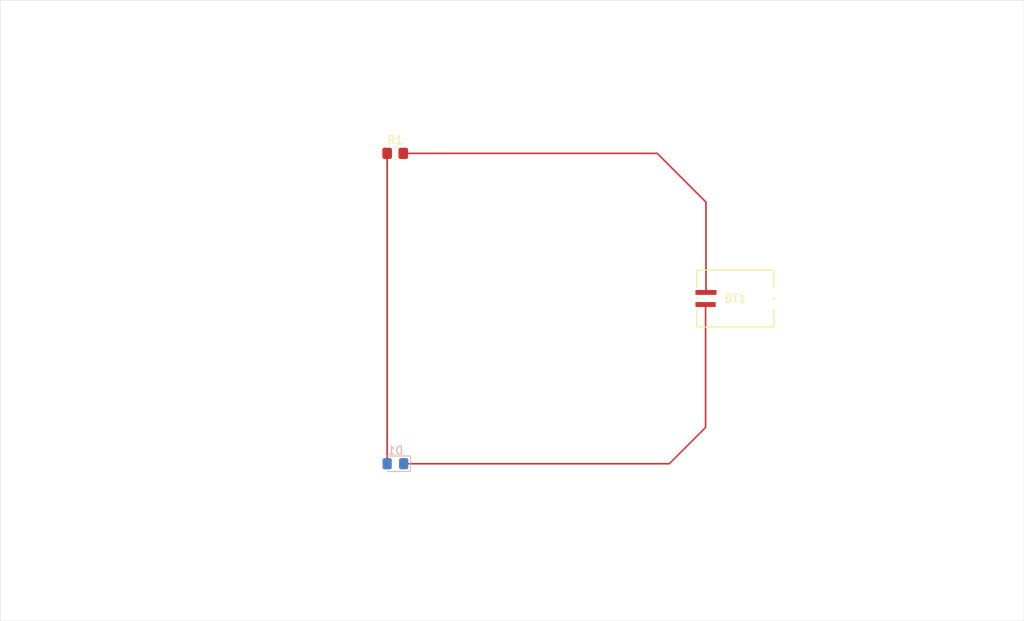
<source format=kicad_pcb>
(kicad_pcb (version 20240108) (generator "pcbnew") (generator_version "8.0")
  (layers (0 "F.Cu" signal) (31 "B.Cu" signal) (34 "B.Paste" user) (35 "F.Paste" user) (36 "B.SilkS" user "B.Silkscreen") (37 "F.SilkS" user "F.Silkscreen") (38 "B.Mask" user) (39 "F.Mask" user) (44 "Edge.Cuts" user))
  (net 0 "")
  (net 1 "Net-(BT1--)")
  (net 2 "Net-(BT1-+)")
  (net 3 "Net-(D1-A)")
  (footprint "Resistor_SMD:R_0805_2012Metric_Pad1.20x1.40mm_HandSolder" (layer "F.Cu") (at 145.5 86)
    (property "Reference" "R1" (at 0 -1.65 0) (layer "F.SilkS"))
    (property "Value" "R")
    (fp_line (start -0.227064 -0.735) (end 0.227064 -0.735) (stroke (width 0.12)) (layer "F.SilkS"))
    (fp_line (start -0.227064 0.735) (end 0.227064 0.735) (stroke (width 0.12)) (layer "F.SilkS"))
    (pad "1" smd roundrect (at -1 0) (size 1.2 1.4) (layers "F.Cu" "F.Paste" "F.Mask") (roundrect_rratio 0.208333) (net 3 "Net-(D1-A)"))
    (pad "2" smd roundrect (at 1 0) (size 1.2 1.4) (layers "F.Cu" "F.Paste" "F.Mask") (roundrect_rratio 0.208333) (net 2 "Net-(BT1-+)"))
  )
  (footprint "FS_3_Global_Footprint_Library:MS621FE-FL11E_SEC" (layer "F.Cu") (at 187.6957 104)
    (property "Reference" "BT1" (at 0 0 0) (layer "F.SilkS"))
    (property "Value" "Battery_Cell")
    (fp_line (start -4.7752 -3.5306) (end -4.7752 -1.387541) (stroke (width 0.1524)) (layer "F.SilkS"))
    (fp_line (start -4.7752 -0.112461) (end -4.7752 0.112461) (stroke (width 0.1524)) (layer "F.SilkS"))
    (fp_line (start -4.7752 1.387541) (end -4.7752 3.5306) (stroke (width 0.1524)) (layer "F.SilkS"))
    (fp_line (start -4.7752 3.5306) (end 4.7752 3.5306) (stroke (width 0.1524)) (layer "F.SilkS"))
    (fp_line (start 4.7752 -3.5306) (end -4.7752 -3.5306) (stroke (width 0.1524)) (layer "F.SilkS"))
    (fp_line (start 4.7752 -1.387541) (end 4.7752 -3.5306) (stroke (width 0.1524)) (layer "F.SilkS"))
    (fp_line (start 4.7752 0.112461) (end 4.7752 -0.112461) (stroke (width 0.1524)) (layer "F.SilkS"))
    (fp_line (start 4.7752 3.5306) (end 4.7752 1.387541) (stroke (width 0.1524)) (layer "F.SilkS"))
    (pad "1" smd rect (at -3.6449 -0.750001) (size 2.6162 0.6096) (layers "F.Cu" "F.Paste" "F.Mask") (net 2 "Net-(BT1-+)"))
    (pad "2" smd rect (at -3.6957 0.750001) (size 2.5146 0.6096) (layers "F.Cu" "F.Paste" "F.Mask") (net 1 "Net-(BT1--)"))
  )
  (footprint "Diode_SMD:D_0805_2012Metric_Pad1.15x1.40mm_HandSolder" (layer "B.Cu") (at 145.525 124.5 180)
    (property "Reference" "D1" (at 0 1.65 0) (layer "B.SilkS") (effects (justify mirror)))
    (property "Value" "LED")
    (fp_line (start 1 -0.96) (end -1.86 -0.96) (stroke (width 0.12)) (layer "B.SilkS"))
    (fp_line (start -1.86 0.96) (end 1 0.96) (stroke (width 0.12)) (layer "B.SilkS"))
    (fp_line (start -1.86 -0.96) (end -1.86 0.96) (stroke (width 0.12)) (layer "B.SilkS"))
    (pad "1" smd roundrect (at -1.025 0 180) (size 1.15 1.4) (layers "B.Cu" "B.Paste" "B.Mask") (roundrect_rratio 0.217391) (net 1 "Net-(BT1--)"))
    (pad "2" smd roundrect (at 1.025 0 180) (size 1.15 1.4) (layers "B.Cu" "B.Paste" "B.Mask") (roundrect_rratio 0.217391) (net 3 "Net-(D1-A)"))
  )
  (gr_rect (start 96.5 67) (end 223.5 144) (stroke (width 0.05)) (fill none) (layer "Edge.Cuts"))
  (segment (start 179.5 124.5) (end 146.5 124.5) (width 0.2) (layer "F.Cu") (net 1))
  (segment (start 184 104.750001) (end 184 120) (width 0.2) (layer "F.Cu") (net 1))
  (segment (start 184 120) (end 179.5 124.5) (width 0.2) (layer "F.Cu") (net 1))
  (segment (start 184.0508 92.0508) (end 178 86) (width 0.2) (layer "F.Cu") (net 2))
  (segment (start 184.0508 103.249999) (end 184.0508 92.0508) (width 0.2) (layer "F.Cu") (net 2))
  (segment (start 178 86) (end 146.5 86) (width 0.2) (layer "F.Cu") (net 2))
  (segment (start 144.5 86) (end 144.5 124.5) (width 0.2) (layer "F.Cu") (net 3))
)
</source>
